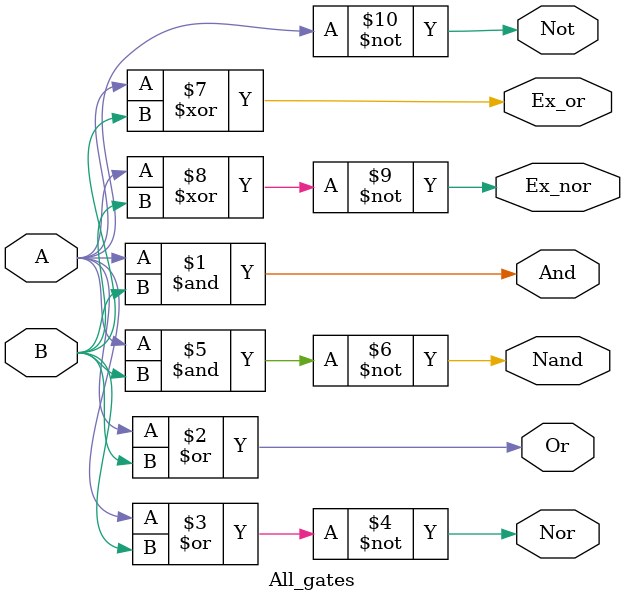
<source format=v>
`timescale 1ns / 1ps


module All_gates(
    input A,
    input B,
    output And,
    output Or,
    output Nand,
    output Nor,
    output Ex_or,
    output Ex_nor,
    output Not
    );
    assign And = A&B;
    assign Or = A|B;
    assign Nor = ~(A|B);
    assign Nand = ~(A&B);
    assign Ex_or = A^B;
    assign Ex_nor = ~(A^B);
    assign Not = ~A;
endmodule

</source>
